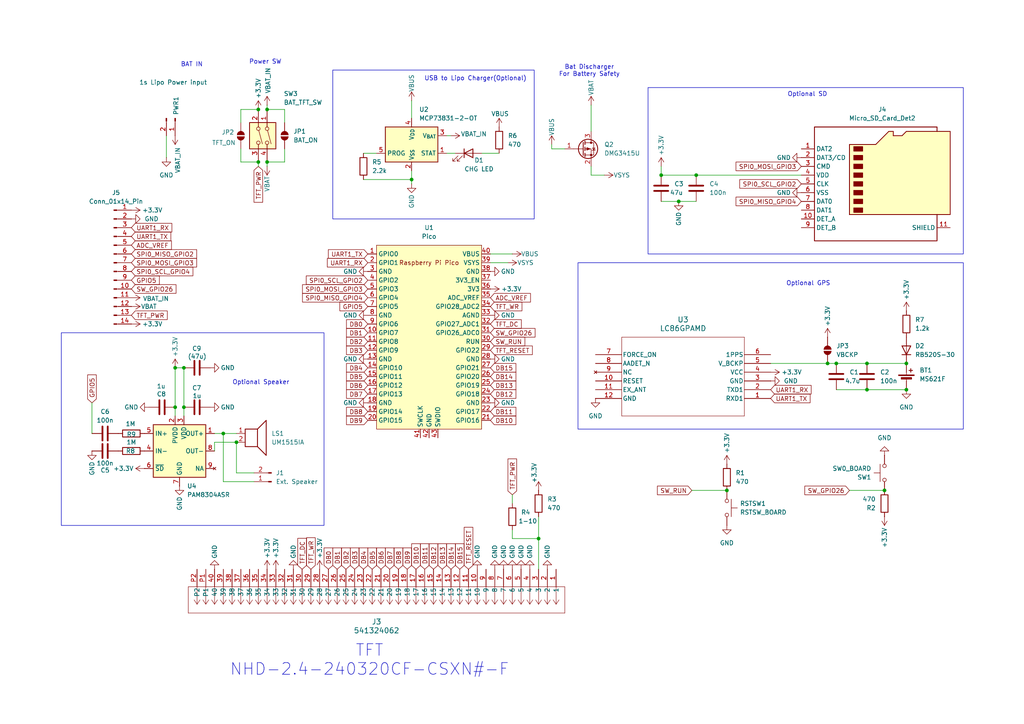
<source format=kicad_sch>
(kicad_sch (version 20231120) (generator "eeschema") (generator_version "8.0")
  (paper "A4")
  (title_block (title "Outdoor TFT kit") (date "2024-09-27") (rev "1.0") (comment 1 "Optional GPS, SD, Speaker, Lipo Charger") (comment 2 "Good for outdoor use with high brightness (1000nito)") (comment 3 "Newhaven NHD-2.4-240320CF-CSXN module.") (comment 4 "PONS for HPA v4 compatible"))
  (junction (at 68.58 128.27))
  (junction (at 191.77 50.8))
  (junction (at 64.77 125.73))
  (junction (at 256.54 142.24))
  (junction (at 262.89 105.41))
  (junction (at 77.47 31.75))
  (junction (at 119.38 52.07))
  (junction (at 77.47 46.99))
  (junction (at 251.46 105.41))
  (junction (at 210.82 142.24))
  (junction (at 74.93 31.75))
  (junction (at 240.03 105.41))
  (junction (at 251.46 113.03))
  (junction (at 53.34 118.11))
  (junction (at 50.8 106.68))
  (junction (at 50.8 118.11))
  (junction (at 201.93 50.8))
  (junction (at 242.57 105.41))
  (junction (at 53.34 106.68))
  (junction (at 74.93 46.99))
  (junction (at 156.21 156.21))
  (junction (at 262.89 113.03))
  (junction (at 196.85 58.42))
  (wire (pts (xy 74.93 31.75) (xy 69.85 31.75)))
  (wire (pts (xy 64.77 125.73) (xy 68.58 125.73)))
  (wire (pts (xy 129.54 39.37) (xy 130.81 39.37)))
  (wire (pts (xy 82.55 35.56) (xy 82.55 31.75)))
  (wire (pts (xy 77.47 46.99) (xy 77.47 48.26)))
  (wire (pts (xy 171.45 50.8) (xy 175.26 50.8)))
  (wire (pts (xy 68.58 137.16) (xy 73.66 137.16)))
  (wire (pts (xy 156.21 149.86) (xy 156.21 156.21)))
  (wire (pts (xy 196.85 58.42) (xy 201.93 58.42)))
  (wire (pts (xy 242.57 113.03) (xy 251.46 113.03)))
  (wire (pts (xy 240.03 105.41) (xy 242.57 105.41)))
  (wire (pts (xy 251.46 113.03) (xy 262.89 113.03)))
  (wire (pts (xy 69.85 35.56) (xy 69.85 31.75)))
  (wire (pts (xy 64.77 125.73) (xy 64.77 139.7)))
  (wire (pts (xy 119.38 29.21) (xy 119.38 34.29)))
  (wire (pts (xy 242.57 105.41) (xy 251.46 105.41)))
  (wire (pts (xy 69.85 43.18) (xy 69.85 46.99)))
  (wire (pts (xy 129.54 44.45) (xy 132.08 44.45)))
  (wire (pts (xy 82.55 43.18) (xy 82.55 46.99)))
  (wire (pts (xy 105.41 52.07) (xy 119.38 52.07)))
  (wire (pts (xy 142.24 73.66) (xy 148.59 73.66)))
  (wire (pts (xy 171.45 30.48) (xy 171.45 38.1)))
  (wire (pts (xy 77.47 30.48) (xy 77.47 31.75)))
  (wire (pts (xy 53.34 106.68) (xy 53.34 118.11)))
  (wire (pts (xy 148.59 143.51) (xy 148.59 146.05)))
  (wire (pts (xy 223.52 105.41) (xy 240.03 105.41)))
  (wire (pts (xy 251.46 105.41) (xy 262.89 105.41)))
  (wire (pts (xy 74.93 46.99) (xy 69.85 46.99)))
  (wire (pts (xy 77.47 46.99) (xy 82.55 46.99)))
  (wire (pts (xy 48.26 39.37) (xy 48.26 45.72)))
  (wire (pts (xy 50.8 106.68) (xy 50.8 118.11)))
  (wire (pts (xy 64.77 139.7) (xy 73.66 139.7)))
  (wire (pts (xy 119.38 52.07) (xy 119.38 53.34)))
  (wire (pts (xy 50.8 118.11) (xy 50.8 120.65)))
  (wire (pts (xy 148.59 153.67) (xy 148.59 156.21)))
  (wire (pts (xy 62.23 128.27) (xy 68.58 128.27)))
  (wire (pts (xy 191.77 58.42) (xy 196.85 58.42)))
  (wire (pts (xy 160.02 43.18) (xy 163.83 43.18)))
  (wire (pts (xy 119.38 52.07) (xy 119.38 49.53)))
  (wire (pts (xy 160.02 41.91) (xy 160.02 43.18)))
  (wire (pts (xy 232.41 50.8) (xy 201.93 50.8)))
  (wire (pts (xy 26.67 116.84) (xy 26.67 125.73)))
  (wire (pts (xy 148.59 156.21) (xy 156.21 156.21)))
  (wire (pts (xy 68.58 128.27) (xy 68.58 137.16)))
  (wire (pts (xy 50.8 106.68) (xy 53.34 106.68)))
  (wire (pts (xy 53.34 118.11) (xy 53.34 120.65)))
  (wire (pts (xy 191.77 50.8) (xy 201.93 50.8)))
  (wire (pts (xy 171.45 48.26) (xy 171.45 50.8)))
  (wire (pts (xy 62.23 128.27) (xy 62.23 130.81)))
  (wire (pts (xy 256.54 142.24) (xy 246.38 142.24)))
  (wire (pts (xy 74.93 46.99) (xy 74.93 48.26)))
  (wire (pts (xy 156.21 156.21) (xy 156.21 165.1)))
  (wire (pts (xy 142.24 76.2) (xy 147.32 76.2)))
  (wire (pts (xy 200.66 142.24) (xy 210.82 142.24)))
  (wire (pts (xy 62.23 125.73) (xy 64.77 125.73)))
  (wire (pts (xy 105.41 44.45) (xy 109.22 44.45)))
  (wire (pts (xy 77.47 31.75) (xy 82.55 31.75)))
  (wire (pts (xy 139.7 44.45) (xy 144.78 44.45)))
  (wire (pts (xy 191.77 48.26) (xy 191.77 50.8)))
  (rectangle (start 167.64 76.2) (end 279.4 124.46))
  (rectangle (start 96.52 20.32) (end 154.94 63.5))
  (rectangle (start 17.78 96.52) (end 93.98 152.4))
  (rectangle (start 187.96 25.4) (end 279.4 73.66))
  (text "Optional SD" (at 234.188 27.432 0) (effects (font (size 1.27 1.27))))
  (text "Optional GPS" (at 234.442 82.296 0) (effects (font (size 1.27 1.27))))
  (text "USB to Lipo Charger(Optional)" (at 137.922 22.86 0) (effects (font (size 1.27 1.27))))
  (text "Bat Discharger\nFor Battery Safety" (at 170.942 20.574 0) (effects (font (size 1.27 1.27))))
  (text "BAT IN" (at 55.626 18.796 0) (effects (font (size 1.27 1.27))))
  (text "Optional Speaker" (at 75.692 110.998 0) (effects (font (size 1.27 1.27))))
  (text "Power SW" (at 76.962 18.034 0) (effects (font (size 1.27 1.27))))
  (text "TFT\nNHD-2.4-240320CF-CSXN#-F" (at 107.188 191.516 0) (effects (font (size 3.4 3.4))))
  (global_label "TFT_RESET" (shape input) (at 142.24 101.6 0) (property "Intersheetrefs" "${INTERSHEET_REFS}" (effects (hide yes))))
  (global_label "DB3" (shape input) (at 106.68 101.6 180) (property "Intersheetrefs" "${INTERSHEET_REFS}" (effects (hide yes))))
  (global_label "SPI0_SCL_GPIO4" (shape input) (at 38.1 78.74 0) (property "Intersheetrefs" "${INTERSHEET_REFS}" (effects (hide yes))))
  (global_label "DB0" (shape input) (at 106.68 93.98 180) (property "Intersheetrefs" "${INTERSHEET_REFS}" (effects (hide yes))))
  (global_label "TFT_WR" (shape input) (at 90.17 165.1 90) (property "Intersheetrefs" "${INTERSHEET_REFS}" (effects (hide yes))))
  (global_label "SW_RUN" (shape input) (at 142.24 99.06 0) (property "Intersheetrefs" "${INTERSHEET_REFS}" (effects (hide yes))))
  (global_label "DB5" (shape input) (at 107.95 165.1 90) (property "Intersheetrefs" "${INTERSHEET_REFS}" (effects (hide yes))))
  (global_label "DB1" (shape input) (at 106.68 96.52 180) (property "Intersheetrefs" "${INTERSHEET_REFS}" (effects (hide yes))))
  (global_label "SPI0_MISO_GPIO2" (shape input) (at 38.1 73.66 0) (property "Intersheetrefs" "${INTERSHEET_REFS}" (effects (hide yes))))
  (global_label "TFT_PWR" (shape input) (at 148.59 143.51 90) (property "Intersheetrefs" "${INTERSHEET_REFS}" (effects (hide yes))))
  (global_label "DB7" (shape input) (at 106.68 114.3 180) (property "Intersheetrefs" "${INTERSHEET_REFS}" (effects (hide yes))))
  (global_label "DB1" (shape input) (at 97.79 165.1 90) (property "Intersheetrefs" "${INTERSHEET_REFS}" (effects (hide yes))))
  (global_label "DB15" (shape input) (at 133.35 165.1 90) (property "Intersheetrefs" "${INTERSHEET_REFS}" (effects (hide yes))))
  (global_label "TFT_DC" (shape input) (at 142.24 93.98 0) (property "Intersheetrefs" "${INTERSHEET_REFS}" (effects (hide yes))))
  (global_label "UART1_TX" (shape input) (at 38.1 68.58 0) (property "Intersheetrefs" "${INTERSHEET_REFS}" (effects (hide yes))))
  (global_label "TFT_DC" (shape input) (at 87.63 165.1 90) (property "Intersheetrefs" "${INTERSHEET_REFS}" (effects (hide yes))))
  (global_label "DB13" (shape input) (at 128.27 165.1 90) (property "Intersheetrefs" "${INTERSHEET_REFS}" (effects (hide yes))))
  (global_label "DB8" (shape input) (at 106.68 119.38 180) (property "Intersheetrefs" "${INTERSHEET_REFS}" (effects (hide yes))))
  (global_label "TFT_RESET" (shape input) (at 135.89 165.1 90) (property "Intersheetrefs" "${INTERSHEET_REFS}" (effects (hide yes))))
  (global_label "SW_GPIO26" (shape input) (at 38.1 83.82 0) (property "Intersheetrefs" "${INTERSHEET_REFS}" (effects (hide yes))))
  (global_label "DB4" (shape input) (at 105.41 165.1 90) (property "Intersheetrefs" "${INTERSHEET_REFS}" (effects (hide yes))))
  (global_label "DB2" (shape input) (at 100.33 165.1 90) (property "Intersheetrefs" "${INTERSHEET_REFS}" (effects (hide yes))))
  (global_label "SPI0_MOSI_GPIO3" (shape input) (at 106.68 83.82 180) (property "Intersheetrefs" "${INTERSHEET_REFS}" (effects (hide yes))))
  (global_label "DB14" (shape input) (at 142.24 109.22 0) (property "Intersheetrefs" "${INTERSHEET_REFS}" (effects (hide yes))))
  (global_label "DB3" (shape input) (at 102.87 165.1 90) (property "Intersheetrefs" "${INTERSHEET_REFS}" (effects (hide yes))))
  (global_label "GPIO5" (shape input) (at 106.68 88.9 180) (property "Intersheetrefs" "${INTERSHEET_REFS}" (effects (hide yes))))
  (global_label "SPI0_MISO_GPIO4" (shape input) (at 106.68 86.36 180) (property "Intersheetrefs" "${INTERSHEET_REFS}" (effects (hide yes))))
  (global_label "DB12" (shape input) (at 142.24 114.3 0) (property "Intersheetrefs" "${INTERSHEET_REFS}" (effects (hide yes))))
  (global_label "UART1_RX" (shape input) (at 106.68 76.2 180) (property "Intersheetrefs" "${INTERSHEET_REFS}" (effects (hide yes))))
  (global_label "ADC_VREF" (shape input) (at 38.1 71.12 0) (property "Intersheetrefs" "${INTERSHEET_REFS}" (effects (hide yes))))
  (global_label "DB11" (shape input) (at 123.19 165.1 90) (property "Intersheetrefs" "${INTERSHEET_REFS}" (effects (hide yes))))
  (global_label "DB10" (shape input) (at 120.65 165.1 90) (property "Intersheetrefs" "${INTERSHEET_REFS}" (effects (hide yes))))
  (global_label "SW_GPIO26" (shape input) (at 142.24 96.52 0) (property "Intersheetrefs" "${INTERSHEET_REFS}" (effects (hide yes))))
  (global_label "DB12" (shape input) (at 125.73 165.1 90) (property "Intersheetrefs" "${INTERSHEET_REFS}" (effects (hide yes))))
  (global_label "GPIO5" (shape input) (at 38.1 81.28 0) (property "Intersheetrefs" "${INTERSHEET_REFS}" (effects (hide yes))))
  (global_label "DB6" (shape input) (at 106.68 111.76 180) (property "Intersheetrefs" "${INTERSHEET_REFS}" (effects (hide yes))))
  (global_label "GPIO5" (shape input) (at 26.67 116.84 90) (property "Intersheetrefs" "${INTERSHEET_REFS}" (effects (hide yes))))
  (global_label "TFT_PWR" (shape input) (at 38.1 91.44 0) (property "Intersheetrefs" "${INTERSHEET_REFS}" (effects (hide yes))))
  (global_label "DB10" (shape input) (at 142.24 121.92 0) (property "Intersheetrefs" "${INTERSHEET_REFS}" (effects (hide yes))))
  (global_label "SPI0_MOSI_GPIO3" (shape input) (at 232.41 48.26 180) (property "Intersheetrefs" "${INTERSHEET_REFS}" (effects (hide yes))))
  (global_label "UART1_RX" (shape input) (at 38.1 66.04 0) (property "Intersheetrefs" "${INTERSHEET_REFS}" (effects (hide yes))))
  (global_label "DB14" (shape input) (at 130.81 165.1 90) (property "Intersheetrefs" "${INTERSHEET_REFS}" (effects (hide yes))))
  (global_label "DB9" (shape input) (at 106.68 121.92 180) (property "Intersheetrefs" "${INTERSHEET_REFS}" (effects (hide yes))))
  (global_label "SPI0_MISO_GPIO4" (shape input) (at 232.41 58.42 180) (property "Intersheetrefs" "${INTERSHEET_REFS}" (effects (hide yes))))
  (global_label "UART1_TX" (shape input) (at 106.68 73.66 180) (property "Intersheetrefs" "${INTERSHEET_REFS}" (effects (hide yes))))
  (global_label "DB8" (shape input) (at 115.57 165.1 90) (property "Intersheetrefs" "${INTERSHEET_REFS}" (effects (hide yes))))
  (global_label "SW_RUN" (shape input) (at 200.66 142.24 180) (property "Intersheetrefs" "${INTERSHEET_REFS}" (effects (hide yes))))
  (global_label "DB13" (shape input) (at 142.24 111.76 0) (property "Intersheetrefs" "${INTERSHEET_REFS}" (effects (hide yes))))
  (global_label "SPI0_SCL_GPIO2" (shape input) (at 232.41 53.34 180) (property "Intersheetrefs" "${INTERSHEET_REFS}" (effects (hide yes))))
  (global_label "TFT_WR" (shape input) (at 142.24 88.9 0) (property "Intersheetrefs" "${INTERSHEET_REFS}" (effects (hide yes))))
  (global_label "DB7" (shape input) (at 113.03 165.1 90) (property "Intersheetrefs" "${INTERSHEET_REFS}" (effects (hide yes))))
  (global_label "TFT_PWR" (shape input) (at 74.93 48.26 270) (property "Intersheetrefs" "${INTERSHEET_REFS}" (effects (hide yes))))
  (global_label "DB2" (shape input) (at 106.68 99.06 180) (property "Intersheetrefs" "${INTERSHEET_REFS}" (effects (hide yes))))
  (global_label "DB5" (shape input) (at 106.68 109.22 180) (property "Intersheetrefs" "${INTERSHEET_REFS}" (effects (hide yes))))
  (global_label "DB9" (shape input) (at 118.11 165.1 90) (property "Intersheetrefs" "${INTERSHEET_REFS}" (effects (hide yes))))
  (global_label "SPI0_MOSI_GPIO3" (shape input) (at 38.1 76.2 0) (property "Intersheetrefs" "${INTERSHEET_REFS}" (effects (hide yes))))
  (global_label "DB11" (shape input) (at 142.24 119.38 0) (property "Intersheetrefs" "${INTERSHEET_REFS}" (effects (hide yes))))
  (global_label "UART1_TX" (shape input) (at 223.52 115.57 0) (property "Intersheetrefs" "${INTERSHEET_REFS}" (effects (hide yes))))
  (global_label "SPI0_SCL_GPIO2" (shape input) (at 106.68 81.28 180) (property "Intersheetrefs" "${INTERSHEET_REFS}" (effects (hide yes))))
  (global_label "ADC_VREF" (shape input) (at 142.24 86.36 0) (property "Intersheetrefs" "${INTERSHEET_REFS}" (effects (hide yes))))
  (global_label "DB6" (shape input) (at 110.49 165.1 90) (property "Intersheetrefs" "${INTERSHEET_REFS}" (effects (hide yes))))
  (global_label "UART1_RX" (shape input) (at 223.52 113.03 0) (property "Intersheetrefs" "${INTERSHEET_REFS}" (effects (hide yes))))
  (global_label "SW_GPIO26" (shape input) (at 246.38 142.24 180) (property "Intersheetrefs" "${INTERSHEET_REFS}" (effects (hide yes))))
  (global_label "DB4" (shape input) (at 106.68 106.68 180) (property "Intersheetrefs" "${INTERSHEET_REFS}" (effects (hide yes))))
  (global_label "DB0" (shape input) (at 95.25 165.1 90) (property "Intersheetrefs" "${INTERSHEET_REFS}" (effects (hide yes))))
  (global_label "DB15" (shape input) (at 142.24 106.68 0) (property "Intersheetrefs" "${INTERSHEET_REFS}" (effects (hide yes))))
  (symbol (lib_id "power:+3.3V") (at 50.8 106.68 0) (unit 1)
    (property "Reference" "#PWR056" (effects (hide yes)))
    (property "Value" "+3.3V" (at 50.8 100.584 90))
    (property "Description" "Power symbol creates a global label with name \"+3.3V\"" (effects (hide yes)))
  )
  (symbol (lib_id "Battery_Management:MCP73831-2-OT") (at 119.38 41.91 0) (unit 1)
    (property "Reference" "U2" (at 121.5741 31.75 0) (effects (justify left)))
    (property "Value" "MCP73831-2-OT" (at 121.5741 34.29 0) (effects (justify left)))
    (property "Footprint" "Package_TO_SOT_SMD:SOT-23-5" (effects (hide yes)))
    (property "Datasheet" "http://ww1.microchip.com/downloads/en/DeviceDoc/20001984g.pdf" (effects (hide yes)))
    (property "Description" "Single cell, Li-Ion/Li-Po charge management controller, 4.20V, Tri-State Status Output, in SOT23-5 package" (effects (hide yes)))
  )
  (symbol (lib_id "Device:C") (at 201.93 54.61 0) (unit 1)
    (property "Reference" "C4" (at 205.74 53.3399 0) (effects (justify left)))
    (property "Value" "100n" (at 205.74 55.8799 0) (effects (justify left)))
    (property "Footprint" "Capacitor_SMD:C_0603_1608Metric_Pad1.08x0.95mm_HandSolder" (effects (hide yes)))
    (property "Description" "Unpolarized capacitor" (effects (hide yes)))
  )
  (symbol (lib_id "power:VCC") (at 147.32 76.2 270) (unit 1)
    (property "Reference" "#PWR012" (effects (hide yes)))
    (property "Value" "VSYS" (at 152.4 76.2 90))
    (property "Description" "Power symbol creates a global label with name \"VCC\"" (effects (hide yes)))
  )
  (symbol (lib_id "power:GND") (at 48.26 45.72 0) (unit 1)
    (property "Reference" "#PWR03" (effects (hide yes)))
    (property "Value" "GND" (at 48.26 50.8 0))
    (property "Description" "Power symbol creates a global label with name \"GND\" , ground" (effects (hide yes)))
  )
  (symbol (lib_id "Jumper:SolderJumper_2_Open") (at 82.55 39.37 270) (unit 1) (exclude_from_sim yes) (in_bom no)
    (property "Reference" "JP1" (at 85.09 38.0999 90) (effects (justify left)))
    (property "Value" "BAT_ON" (at 85.09 40.6399 90) (effects (justify left)))
    (property "Footprint" "Jumper:SolderJumper-2_P1.3mm_Open_RoundedPad1.0x1.5mm" (effects (hide yes)))
    (property "Description" "Solder Jumper, 2-pole, open" (effects (hide yes)))
  )
  (symbol (lib_id "Connector:Conn_01x14_Pin") (at 33.02 76.2 0) (unit 1)
    (property "Reference" "J5" (at 33.655 55.88 0))
    (property "Value" "Conn_01x14_Pin" (at 33.655 58.42 0))
    (property "Footprint" "Connector_PinHeader_2.54mm:PinHeader_1x14_P2.54mm_Vertical" (effects (hide yes)))
    (property "Description" "Generic connector, single row, 01x14, script generated" (effects (hide yes)))
  )
  (symbol (lib_id "Device:R") (at 38.1 130.81 90) (unit 1)
    (property "Reference" "R8" (at 37.846 130.81 90))
    (property "Value" "1M" (at 38.1 128.27 90))
    (property "Footprint" "Resistor_SMD:R_0603_1608Metric_Pad0.98x0.95mm_HandSolder" (effects (hide yes)))
    (property "Description" "Resistor" (effects (hide yes)))
  )
  (symbol (lib_id "power:GND") (at 223.52 110.49 90) (unit 1)
    (property "Reference" "#PWR051" (effects (hide yes)))
    (property "Value" "GND" (at 227.33 110.4899 90) (effects (justify right)))
    (property "Description" "Power symbol creates a global label with name \"GND\" , ground" (effects (hide yes)))
  )
  (symbol (lib_id "power:GND") (at 62.23 165.1 180) (unit 1)
    (property "Reference" "#PWR020" (effects (hide yes)))
    (property "Value" "GND" (at 62.23 160.02 90))
    (property "Description" "Power symbol creates a global label with name \"GND\" , ground" (effects (hide yes)))
  )
  (symbol (lib_id "Device:C") (at 30.48 130.81 90) (unit 1)
    (property "Reference" "C5" (at 30.48 136.398 90))
    (property "Value" "100n" (at 30.48 134.366 90))
    (property "Footprint" "Capacitor_SMD:C_0603_1608Metric_Pad1.08x0.95mm_HandSolder" (effects (hide yes)))
    (property "Description" "Unpolarized capacitor" (effects (hide yes)))
  )
  (symbol (lib_id "power:+3.3V") (at 191.77 48.26 0) (unit 1)
    (property "Reference" "#PWR046" (effects (hide yes)))
    (property "Value" "+3.3V" (at 191.77 42.164 90))
    (property "Description" "Power symbol creates a global label with name \"+3.3V\"" (effects (hide yes)))
  )
  (symbol (lib_id "power:GND") (at 232.41 55.88 270) (unit 1)
    (property "Reference" "#PWR047" (effects (hide yes)))
    (property "Value" "GND" (at 227.33 55.88 90))
    (property "Description" "Power symbol creates a global label with name \"GND\" , ground" (effects (hide yes)))
  )
  (symbol (lib_id "Switch:SW_DIP_x02") (at 74.93 39.37 270) (unit 1)
    (property "Reference" "SW3" (at 82.296 27.178 90) (effects (justify left)))
    (property "Value" "BAT_TFT_SW" (at 82.296 29.718 90) (effects (justify left)))
    (property "Footprint" "Button_Switch_THT:SW_DIP_SPSTx02_Slide_9.78x7.26mm_W7.62mm_P2.54mm" (effects (hide yes)))
    (property "Description" "2x DIP Switch, Single Pole Single Throw (SPST) switch, small symbol" (effects (hide yes)))
  )
  (symbol (lib_id "power:GND") (at 210.82 152.4 0) (unit 1)
    (property "Reference" "#PWR08" (effects (hide yes)))
    (property "Value" "GND" (at 210.82 157.48 0))
    (property "Description" "Power symbol creates a global label with name \"GND\" , ground" (effects (hide yes)))
  )
  (symbol (lib_id "power:GND") (at 158.75 165.1 180) (unit 1)
    (property "Reference" "#PWR05" (effects (hide yes)))
    (property "Value" "GND" (at 158.75 160.02 90))
    (property "Description" "Power symbol creates a global label with name \"GND\" , ground" (effects (hide yes)))
  )
  (symbol (lib_id "power:GND") (at 85.09 165.1 180) (unit 1)
    (property "Reference" "#PWR038" (effects (hide yes)))
    (property "Value" "GND" (at 85.09 160.02 90))
    (property "Description" "Power symbol creates a global label with name \"GND\" , ground" (effects (hide yes)))
  )
  (symbol (lib_id "MCU_RaspberryPi:Pico") (at 124.46 97.79 0) (unit 1)
    (property "Reference" "U1" (at 124.46 66.04 0))
    (property "Value" "Pico" (at 124.46 68.58 0))
    (property "Footprint" "Rasbery Pi Pico:RPi_Pico_SMD" (effects (hide yes)))
  )
  (symbol (lib_id "power:GND") (at 38.1 63.5 90) (unit 1)
    (property "Reference" "#PWR014" (effects (hide yes)))
    (property "Value" "GND" (at 41.91 63.4999 90) (effects (justify right)))
    (property "Description" "Power symbol creates a global label with name \"GND\" , ground" (effects (hide yes)))
  )
  (symbol (lib_id "power:GND") (at 138.43 165.1 180) (unit 1)
    (property "Reference" "#PWR036" (effects (hide yes)))
    (property "Value" "GND" (at 138.43 160.02 90))
    (property "Description" "Power symbol creates a global label with name \"GND\" , ground" (effects (hide yes)))
  )
  (symbol (lib_id "power:GND") (at 142.24 104.14 90) (unit 1)
    (property "Reference" "#PWR029" (effects (hide yes)))
    (property "Value" "GND" (at 147.32 104.14 90))
    (property "Description" "Power symbol creates a global label with name \"GND\" , ground" (effects (hide yes)))
  )
  (symbol (lib_id "power:GND") (at 172.72 115.57 0) (unit 1)
    (property "Reference" "#PWR052" (effects (hide yes)))
    (property "Value" "GND" (at 172.72 120.65 0))
    (property "Description" "Power symbol creates a global label with name \"GND\" , ground" (effects (hide yes)))
  )
  (symbol (lib_id "power:GND") (at 196.85 58.42 0) (unit 1)
    (property "Reference" "#PWR054" (effects (hide yes)))
    (property "Value" "GND" (at 196.85 63.5 90))
    (property "Description" "Power symbol creates a global label with name \"GND\" , ground" (effects (hide yes)))
  )
  (symbol (lib_id "Jumper:SolderJumper_2_Open") (at 240.03 101.6 270) (unit 1) (exclude_from_sim yes) (in_bom no)
    (property "Reference" "JP3" (at 242.57 100.3299 90) (effects (justify left)))
    (property "Value" "VBCKP" (at 242.57 102.8699 90) (effects (justify left)))
    (property "Footprint" "Jumper:SolderJumper-2_P1.3mm_Open_RoundedPad1.0x1.5mm" (effects (hide yes)))
    (property "Description" "Solder Jumper, 2-pole, open" (effects (hide yes)))
  )
  (symbol (lib_id "power:VCC") (at 119.38 29.21 0) (unit 1)
    (property "Reference" "#PWR021" (effects (hide yes)))
    (property "Value" "VBUS" (at 119.38 24.13 90))
    (property "Description" "Power symbol creates a global label with name \"VCC\"" (effects (hide yes)))
  )
  (symbol (lib_id "Connector:Conn_01x02_Pin") (at 78.74 139.7 180) (unit 1)
    (property "Reference" "J1" (at 80.01 137.1599 0) (effects (justify right)))
    (property "Value" "Ext. Speaker" (at 80.01 139.6999 0) (effects (justify right)))
    (property "Footprint" "Connector_JST:JST_XA_B02B-XASK-1_1x02_P2.50mm_Vertical" (effects (hide yes)))
    (property "Description" "Generic connector, single row, 01x02, script generated" (effects (hide yes)))
  )
  (symbol (lib_id "power:GND") (at 142.24 116.84 90) (unit 1)
    (property "Reference" "#PWR028" (effects (hide yes)))
    (property "Value" "GND" (at 147.32 116.84 90))
    (property "Description" "Power symbol creates a global label with name \"GND\" , ground" (effects (hide yes)))
  )
  (symbol (lib_id "power:GND") (at 256.54 132.08 180) (unit 1)
    (property "Reference" "#PWR010" (effects (hide yes)))
    (property "Value" "GND" (at 256.54 127 0))
    (property "Description" "Power symbol creates a global label with name \"GND\" , ground" (effects (hide yes)))
  )
  (symbol (lib_id "Connector:Conn_01x02_Pin") (at 50.8 34.29 270) (unit 1)
    (property "Reference" "PWR1" (at 51.054 27.94 0) (effects (justify left)))
    (property "Value" "1s Lipo Power input" (at 40.386 23.876 90) (effects (justify left)))
    (property "Footprint" "Connector_JST:JST_PH_B2B-PH-K_1x02_P2.00mm_Vertical" (effects (hide yes)))
    (property "Description" "Generic connector, single row, 01x02, script generated" (effects (hide yes)))
  )
  (symbol (lib_id "RF_GPS:L86-M33") (at 223.52 115.57 180) (unit 1)
    (property "Reference" "U3" (at 198.12 92.71 0) (effects (font (size 1.524 1.524))))
    (property "Value" "LC86GPAMD" (at 198.12 95.25 0) (effects (font (size 1.524 1.524))))
    (property "Footprint" "RF_GPS:L86_QWS" (effects (hide yes)))
    (property "Datasheet" "L86-M33" (effects (hide yes)))
  )
  (symbol (lib_id "power:+3.3V") (at 262.89 90.17 0) (unit 1)
    (property "Reference" "#PWR050" (effects (hide yes)))
    (property "Value" "+3.3V" (at 262.89 84.074 90))
    (property "Description" "Power symbol creates a global label with name \"+3.3V\"" (effects (hide yes)))
  )
  (symbol (lib_id "power:GND") (at 60.96 118.11 90) (unit 1)
    (property "Reference" "#PWR060" (effects (hide yes)))
    (property "Value" "GND" (at 66.04 118.11 90))
    (property "Description" "Power symbol creates a global label with name \"GND\" , ground" (effects (hide yes)))
  )
  (symbol (lib_id "Device:R") (at 156.21 146.05 0) (unit 1)
    (property "Reference" "R3" (at 158.75 144.7799 0) (effects (justify left)))
    (property "Value" "470" (at 158.75 147.3199 0) (effects (justify left)))
    (property "Footprint" "Resistor_SMD:R_0603_1608Metric_Pad0.98x0.95mm_HandSolder" (effects (hide yes)))
    (property "Description" "Resistor" (effects (hide yes)))
  )
  (symbol (lib_id "power:VCC") (at 148.59 73.66 270) (unit 1)
    (property "Reference" "#PWR011" (effects (hide yes)))
    (property "Value" "VBUS" (at 153.67 73.66 90))
    (property "Description" "Power symbol creates a global label with name \"VCC\"" (effects (hide yes)))
  )
  (symbol (lib_id "Device:R") (at 38.1 125.73 90) (unit 1)
    (property "Reference" "R9" (at 38.1 125.984 90))
    (property "Value" "1M" (at 37.846 122.936 90))
    (property "Footprint" "Resistor_SMD:R_0603_1608Metric_Pad0.98x0.95mm_HandSolder" (effects (hide yes)))
    (property "Description" "Resistor" (effects (hide yes)))
  )
  (symbol (lib_id "Device:C") (at 57.15 118.11 90) (unit 1)
    (property "Reference" "C7" (at 58.42 112.522 90) (effects (justify left)))
    (property "Value" "1u" (at 58.42 114.808 90) (effects (justify left)))
    (property "Footprint" "Capacitor_SMD:C_0603_1608Metric_Pad1.08x0.95mm_HandSolder" (effects (hide yes)))
    (property "Description" "Unpolarized capacitor" (effects (hide yes)))
  )
  (symbol (lib_id "Device:R") (at 105.41 48.26 0) (unit 1)
    (property "Reference" "R5" (at 107.95 46.9899 0) (effects (justify left)))
    (property "Value" "2.2k" (at 107.95 49.5299 0) (effects (justify left)))
    (property "Footprint" "Resistor_SMD:R_0603_1608Metric_Pad0.98x0.95mm_HandSolder" (effects (hide yes)))
    (property "Description" "Resistor" (effects (hide yes)))
  )
  (symbol (lib_id "power:+3.3V") (at 80.01 165.1 0) (unit 1)
    (property "Reference" "#PWR039" (effects (hide yes)))
    (property "Value" "+3.3V" (at 80.01 159.004 90))
    (property "Description" "Power symbol creates a global label with name \"+3.3V\"" (effects (hide yes)))
  )
  (symbol (lib_id "power:GND") (at 151.13 165.1 180) (unit 1)
    (property "Reference" "#PWR032" (effects (hide yes)))
    (property "Value" "GND" (at 151.13 160.02 90))
    (property "Description" "Power symbol creates a global label with name \"GND\" , ground" (effects (hide yes)))
  )
  (symbol (lib_id "Switch:SW_Push") (at 210.82 147.32 270) (unit 1)
    (property "Reference" "RSTSW1" (at 214.63 146.0499 90) (effects (justify left)))
    (property "Value" "RSTSW_BOARD" (at 214.63 148.5899 90) (effects (justify left)))
    (property "Footprint" "Button_Switch_SMD:TVAF06-A020B-R" (effects (hide yes)))
    (property "Description" "Push button switch, generic, two pins" (effects (hide yes)))
  )
  (symbol (lib_id "Device:R") (at 210.82 138.43 0) (unit 1)
    (property "Reference" "R1" (at 213.36 137.1599 0) (effects (justify left)))
    (property "Value" "470" (at 213.36 139.6999 0) (effects (justify left)))
    (property "Footprint" "Resistor_SMD:R_0603_1608Metric_Pad0.98x0.95mm_HandSolder" (effects (hide yes)))
    (property "Description" "Resistor" (effects (hide yes)))
  )
  (symbol (lib_id "power:GND") (at 142.24 91.44 90) (unit 1)
    (property "Reference" "#PWR023" (effects (hide yes)))
    (property "Value" "GND" (at 147.32 91.44 90))
    (property "Description" "Power symbol creates a global label with name \"GND\" , ground" (effects (hide yes)))
  )
  (symbol (lib_id "power:GND") (at 153.67 165.1 180) (unit 1)
    (property "Reference" "#PWR019" (effects (hide yes)))
    (property "Value" "GND" (at 153.67 160.02 90))
    (property "Description" "Power symbol creates a global label with name \"GND\" , ground" (effects (hide yes)))
  )
  (symbol (lib_id "power:VCC") (at 160.02 41.91 0) (unit 1)
    (property "Reference" "#PWR016" (effects (hide yes)))
    (property "Value" "VBUS" (at 160.02 36.83 90))
    (property "Description" "Power symbol creates a global label with name \"VCC\"" (effects (hide yes)))
  )
  (symbol (lib_id "Device:R") (at 144.78 40.64 0) (unit 1)
    (property "Reference" "R6" (at 147.32 39.3699 0) (effects (justify left)))
    (property "Value" "470" (at 147.32 41.9099 0) (effects (justify left)))
    (property "Footprint" "Resistor_SMD:R_0603_1608Metric_Pad0.98x0.95mm_HandSolder" (effects (hide yes)))
    (property "Description" "Resistor" (effects (hide yes)))
  )
  (symbol (lib_id "power:GND") (at 146.05 165.1 180) (unit 1)
    (property "Reference" "#PWR034" (effects (hide yes)))
    (property "Value" "GND" (at 146.05 160.02 90))
    (property "Description" "Power symbol creates a global label with name \"GND\" , ground" (effects (hide yes)))
  )
  (symbol (lib_id "power:GND") (at 143.51 165.1 180) (unit 1)
    (property "Reference" "#PWR035" (effects (hide yes)))
    (property "Value" "GND" (at 143.51 160.02 90))
    (property "Description" "Power symbol creates a global label with name \"GND\" , ground" (effects (hide yes)))
  )
  (symbol (lib_id "power:+3.3V") (at 256.54 149.86 180) (unit 1)
    (property "Reference" "#PWR09" (effects (hide yes)))
    (property "Value" "+3.3V" (at 256.54 155.956 90))
    (property "Description" "Power symbol creates a global label with name \"+3.3V\"" (effects (hide yes)))
  )
  (symbol (lib_id "power:+3.3V") (at 142.24 83.82 270) (unit 1)
    (property "Reference" "#PWR031" (effects (hide yes)))
    (property "Value" "+3.3V" (at 148.336 83.82 90))
    (property "Description" "Power symbol creates a global label with name \"+3.3V\"" (effects (hide yes)))
  )
  (symbol (lib_id "Connector:Micro_SD_Card_Det2") (at 255.27 53.34 0) (unit 1)
    (property "Reference" "J4" (at 255.905 31.75 0))
    (property "Value" "Micro_SD_Card_Det2" (at 255.905 34.29 0))
    (property "Footprint" "Connector_Card:microSD_HC_Hirose_DM3AT-SF-PEJM5" (effects (hide yes)))
    (property "Datasheet" "https://www.hirose.com/en/product/document?clcode=&productname=&series=DM3&documenttype=Catalog&lang=en&documentid=D49662_en" (effects (hide yes)))
    (property "Description" "Micro SD Card Socket with two card detection pins" (effects (hide yes)))
  )
  (symbol (lib_id "power:VCC") (at 77.47 30.48 0) (unit 1)
    (property "Reference" "#PWR01" (effects (hide yes)))
    (property "Value" "VBAT_IN" (at 77.724 23.368 90))
    (property "Description" "Power symbol creates a global label with name \"VCC\"" (effects (hide yes)))
  )
  (symbol (lib_id "power:VCC") (at 144.78 36.83 0) (unit 1)
    (property "Reference" "#PWR022" (effects (hide yes)))
    (property "Value" "VBUS" (at 145.034 33.02 0))
    (property "Description" "Power symbol creates a global label with name \"VCC\"" (effects (hide yes)))
  )
  (symbol (lib_id "power:+3.3V") (at 38.1 60.96 270) (unit 1)
    (property "Reference" "#PWR013" (effects (hide yes)))
    (property "Value" "+3.3V" (at 44.196 60.96 90))
    (property "Description" "Power symbol creates a global label with name \"+3.3V\"" (effects (hide yes)))
  )
  (symbol (lib_id "power:+3.3V") (at 38.1 93.98 270) (unit 1)
    (property "Reference" "#PWR026" (effects (hide yes)))
    (property "Value" "+3.3V" (at 44.196 93.98 90))
    (property "Description" "Power symbol creates a global label with name \"+3.3V\"" (effects (hide yes)))
  )
  (symbol (lib_id "Device:C") (at 30.48 125.73 90) (unit 1)
    (property "Reference" "C6" (at 30.48 119.38 90))
    (property "Value" "100n" (at 30.48 121.92 90))
    (property "Footprint" "Capacitor_SMD:C_0603_1608Metric_Pad1.08x0.95mm_HandSolder" (effects (hide yes)))
    (property "Description" "Unpolarized capacitor" (effects (hide yes)))
  )
  (symbol (lib_id "power:+3.3V") (at 240.03 97.79 0) (unit 1)
    (property "Reference" "#PWR062" (effects (hide yes)))
    (property "Value" "+3.3V" (at 240.03 91.694 90))
    (property "Description" "Power symbol creates a global label with name \"+3.3V\"" (effects (hide yes)))
  )
  (symbol (lib_id "power:GND") (at 142.24 78.74 90) (unit 1)
    (property "Reference" "#PWR030" (effects (hide yes)))
    (property "Value" "GND" (at 147.32 78.74 90))
    (property "Description" "Power symbol creates a global label with name \"GND\" , ground" (effects (hide yes)))
  )
  (symbol (lib_id "Device:C") (at 251.46 109.22 0) (unit 1)
    (property "Reference" "C2" (at 255.27 107.9499 0) (effects (justify left)))
    (property "Value" "100n" (at 255.27 110.4899 0) (effects (justify left)))
    (property "Footprint" "Capacitor_SMD:C_0603_1608Metric_Pad1.08x0.95mm_HandSolder" (effects (hide yes)))
    (property "Description" "Unpolarized capacitor" (effects (hide yes)))
  )
  (symbol (lib_id "power:VCC") (at 77.47 48.26 180) (unit 1)
    (property "Reference" "#PWR02" (effects (hide yes)))
    (property "Value" "VBAT" (at 77.47 53.34 90))
    (property "Description" "Power symbol creates a global label with name \"VCC\"" (effects (hide yes)))
  )
  (symbol (lib_id "power:VCC") (at 171.45 30.48 0) (unit 1)
    (property "Reference" "#PWR018" (effects (hide yes)))
    (property "Value" "VBAT" (at 171.45 25.4 90))
    (property "Description" "Power symbol creates a global label with name \"VCC\"" (effects (hide yes)))
  )
  (symbol (lib_id "power:GND") (at 106.68 91.44 270) (unit 1)
    (property "Reference" "#PWR043" (effects (hide yes)))
    (property "Value" "GND" (at 101.6 91.44 90))
    (property "Description" "Power symbol creates a global label with name \"GND\" , ground" (effects (hide yes)))
  )
  (symbol (lib_id "power:VCC") (at 38.1 88.9 270) (unit 1)
    (property "Reference" "#PWR048" (effects (hide yes)))
    (property "Value" "VBAT" (at 43.18 88.9 90))
    (property "Description" "Power symbol creates a global label with name \"VCC\"" (effects (hide yes)))
  )
  (symbol (lib_id "Device:Battery_Cell") (at 262.89 110.49 0) (unit 1)
    (property "Reference" "BT1" (at 266.7 107.3784 0) (effects (justify left)))
    (property "Value" "MS621F" (at 266.7 109.9184 0) (effects (justify left)))
    (property "Footprint" "Battery:BatteryHolder_Seiko_MS621F" (effects (hide yes)))
    (property "Description" "Single-cell battery" (effects (hide yes)))
  )
  (symbol (lib_id "power:VCC") (at 38.1 86.36 270) (unit 1)
    (property "Reference" "#PWR049" (effects (hide yes)))
    (property "Value" "VBAT_IN" (at 45.212 86.614 90))
    (property "Description" "Power symbol creates a global label with name \"VCC\"" (effects (hide yes)))
  )
  (symbol (lib_id "power:+3.3V") (at 41.91 135.89 90) (unit 1)
    (property "Reference" "#PWR055" (effects (hide yes)))
    (property "Value" "+3.3V" (at 35.814 135.89 90))
    (property "Description" "Power symbol creates a global label with name \"+3.3V\"" (effects (hide yes)))
  )
  (symbol (lib_id "Device:LED") (at 135.89 44.45 0) (unit 1)
    (property "Reference" "D1" (at 138.938 46.482 0))
    (property "Value" "CHG LED" (at 138.938 49.022 0))
    (property "Footprint" "LED_SMD:LED_0603_1608Metric_Pad1.05x0.95mm_HandSolder" (effects (hide yes)))
    (property "Description" "Light emitting diode" (effects (hide yes)))
  )
  (symbol (lib_id "power:GND") (at 106.68 78.74 270) (unit 1)
    (property "Reference" "#PWR044" (effects (hide yes)))
    (property "Value" "GND" (at 101.6 78.74 90))
    (property "Description" "Power symbol creates a global label with name \"GND\" , ground" (effects (hide yes)))
  )
  (symbol (lib_id "Device:C") (at 46.99 118.11 270) (unit 1)
    (property "Reference" "C8" (at 45.466 114.3 90) (effects (justify left)))
    (property "Value" "1u" (at 45.466 112.014 90) (effects (justify left)))
    (property "Footprint" "Capacitor_SMD:C_0603_1608Metric_Pad1.08x0.95mm_HandSolder" (effects (hide yes)))
    (property "Description" "Unpolarized capacitor" (effects (hide yes)))
  )
  (symbol (lib_id "power:+3.3V") (at 210.82 134.62 0) (unit 1)
    (property "Reference" "#PWR07" (effects (hide yes)))
    (property "Value" "+3.3V" (at 210.82 128.524 90))
    (property "Description" "Power symbol creates a global label with name \"+3.3V\"" (effects (hide yes)))
  )
  (symbol (lib_id "power:VCC") (at 130.81 39.37 270) (unit 1)
    (property "Reference" "#PWR024" (effects (hide yes)))
    (property "Value" "VBAT_IN" (at 137.414 38.862 90))
    (property "Description" "Power symbol creates a global label with name \"VCC\"" (effects (hide yes)))
  )
  (symbol (lib_id "power:+3.3V") (at 74.93 31.75 0) (unit 1)
    (property "Reference" "#PWR015" (effects (hide yes)))
    (property "Value" "+3.3V" (at 74.93 25.654 90))
    (property "Description" "Power symbol creates a global label with name \"+3.3V\"" (effects (hide yes)))
  )
  (symbol (lib_id "Jumper:SolderJumper_2_Open") (at 69.85 39.37 90) (unit 1) (exclude_from_sim yes) (in_bom no)
    (property "Reference" "JP2" (at 64.262 38.354 90) (effects (justify right)))
    (property "Value" "TFT_ON" (at 61.468 41.402 90) (effects (justify right)))
    (property "Footprint" "Jumper:SolderJumper-2_P1.3mm_Open_RoundedPad1.0x1.5mm" (effects (hide yes)))
    (property "Description" "Solder Jumper, 2-pole, open" (effects (hide yes)))
  )
  (symbol (lib_id "power:GND") (at 232.41 45.72 270) (unit 1)
    (property "Reference" "#PWR045" (effects (hide yes)))
    (property "Value" "GND" (at 227.33 45.72 90))
    (property "Description" "Power symbol creates a global label with name \"GND\" , ground" (effects (hide yes)))
  )
  (symbol (lib_id "power:+3.3V") (at 77.47 165.1 0) (unit 1)
    (property "Reference" "#PWR040" (effects (hide yes)))
    (property "Value" "+3.3V" (at 77.47 159.004 90))
    (property "Description" "Power symbol creates a global label with name \"+3.3V\"" (effects (hide yes)))
  )
  (symbol (lib_id "power:VCC") (at 175.26 50.8 270) (unit 1)
    (property "Reference" "#PWR017" (effects (hide yes)))
    (property "Value" "VSYS" (at 180.34 50.8 90))
    (property "Description" "Power symbol creates a global label with name \"VCC\"" (effects (hide yes)))
  )
  (symbol (lib_id "Device:C") (at 242.57 109.22 0) (unit 1)
    (property "Reference" "C1" (at 246.38 107.9499 0) (effects (justify left)))
    (property "Value" "4.7u" (at 245.11 110.49 0) (effects (justify left)))
    (property "Footprint" "Capacitor_SMD:C_0603_1608Metric_Pad1.08x0.95mm_HandSolder" (effects (hide yes)))
    (property "Description" "Unpolarized capacitor" (effects (hide yes)))
  )
  (symbol (lib_id "power:+3.3V") (at 92.71 165.1 0) (unit 1)
    (property "Reference" "#PWR037" (effects (hide yes)))
    (property "Value" "+3.3V" (at 92.71 159.004 90))
    (property "Description" "Power symbol creates a global label with name \"+3.3V\"" (effects (hide yes)))
  )
  (symbol (lib_id "Device:C") (at 191.77 54.61 0) (unit 1)
    (property "Reference" "C3" (at 195.58 53.3399 0) (effects (justify left)))
    (property "Value" "47u" (at 194.31 55.88 0) (effects (justify left)))
    (property "Footprint" "Capacitor_SMD:C_0603_1608Metric_Pad1.08x0.95mm_HandSolder" (effects (hide yes)))
    (property "Description" "Unpolarized capacitor" (effects (hide yes)))
  )
  (symbol (lib_id "power:VCC") (at 50.8 39.37 180) (unit 1)
    (property "Reference" "#PWR04" (effects (hide yes)))
    (property "Value" "VBAT_IN" (at 51.562 46.482 90))
    (property "Description" "Power symbol creates a global label with name \"VCC\"" (effects (hide yes)))
  )
  (symbol (lib_id "Transistor_FET:DMG3415U") (at 168.91 43.18 0) (unit 1)
    (property "Reference" "Q2" (at 175.26 41.9099 0) (effects (justify left)))
    (property "Value" "DMG3415U" (at 175.26 44.4499 0) (effects (justify left)))
    (property "Footprint" "Package_TO_SOT_SMD:SOT-23" (effects (hide yes)))
    (property "Datasheet" "https://akizukidenshi.com/goodsaffix/DMG3415U.pdf" (effects (hide yes)))
    (property "Description" "-4A Id, -20V Vds, P-Channel MOSFET, SOT-23" (effects (hide yes)))
  )
  (symbol (lib_id "power:GND") (at 262.89 113.03 0) (unit 1)
    (property "Reference" "#PWR053" (effects (hide yes)))
    (property "Value" "GND" (at 262.89 118.11 0))
    (property "Description" "Power symbol creates a global label with name \"GND\" , ground" (effects (hide yes)))
  )
  (symbol (lib_id "power:GND") (at 106.68 104.14 270) (unit 1)
    (property "Reference" "#PWR042" (effects (hide yes)))
    (property "Value" "GND" (at 101.6 104.14 90))
    (property "Description" "Power symbol creates a global label with name \"GND\" , ground" (effects (hide yes)))
  )
  (symbol (lib_id "power:GND") (at 60.96 106.68 90) (unit 1)
    (property "Reference" "#PWR059" (effects (hide yes)))
    (property "Value" "GND" (at 66.04 106.68 90))
    (property "Description" "Power symbol creates a global label with name \"GND\" , ground" (effects (hide yes)))
  )
  (symbol (lib_id "power:GND") (at 119.38 53.34 0) (unit 1)
    (property "Reference" "#PWR025" (effects (hide yes)))
    (property "Value" "GND" (at 119.38 58.42 90))
    (property "Description" "Power symbol creates a global label with name \"GND\" , ground" (effects (hide yes)))
  )
  (symbol (lib_id "Device:C") (at 57.15 106.68 90) (unit 1)
    (property "Reference" "C9" (at 58.42 101.092 90) (effects (justify left)))
    (property "Value" "(47u)" (at 59.944 103.378 90) (effects (justify left)))
    (property "Footprint" "Capacitor_SMD:C_0603_1608Metric_Pad1.08x0.95mm_HandSolder" (effects (hide yes)))
    (property "Description" "Unpolarized capacitor" (effects (hide yes)))
  )
  (symbol (lib_id "power:GND") (at 26.67 130.81 0) (unit 1)
    (property "Reference" "#PWR058" (effects (hide yes)))
    (property "Value" "GND" (at 26.67 135.89 90))
    (property "Description" "Power symbol creates a global label with name \"GND\" , ground" (effects (hide yes)))
  )
  (symbol (lib_id "Device:R") (at 262.89 93.98 180) (unit 1)
    (property "Reference" "R7" (at 265.43 92.7099 0) (effects (justify right)))
    (property "Value" "1.2k" (at 265.43 95.2499 0) (effects (justify right)))
    (property "Footprint" "Resistor_SMD:R_0603_1608Metric_Pad0.98x0.95mm_HandSolder" (effects (hide yes)))
    (property "Description" "Resistor" (effects (hide yes)))
  )
  (symbol (lib_id "Amplifier_Audio:PAM8304ASR") (at 52.07 130.81 0) (unit 1)
    (property "Reference" "U4" (at 54.2641 140.97 0) (effects (justify left)))
    (property "Value" "PAM8304ASR" (at 54.2641 143.51 0) (effects (justify left)))
    (property "Footprint" "Package_SO:MSOP-8-1EP_3x3mm_P0.65mm_EP1.5x1.8mm" (effects (hide yes)))
    (property "Datasheet" "https://www.diodes.com/assets/Datasheets/PAM8302A.pdf" (effects (hide yes)))
    (property "Description" "2.5W Filterless Class-D Mono Audio Amplifier, DFN-8" (effects (hide yes)))
  )
  (symbol (lib_id "Connector:541324062") (at 161.29 165.1 270) (unit 1)
    (property "Reference" "J3" (at 109.22 180.34 90) (effects (font (size 1.524 1.524))))
    (property "Value" "541324062" (at 109.22 182.88 90) (effects (font (size 1.524 1.524))))
    (property "Footprint" "Connector_Molex:CON_541324062_MOL" (effects (hide yes)))
    (property "Datasheet" "541324062" (effects (hide yes)))
  )
  (symbol (lib_id "power:+3.3V") (at 156.21 142.24 0) (unit 1)
    (property "Reference" "#PWR06" (effects (hide yes)))
    (property "Value" "+3.3V" (at 154.94 137.16 90))
    (property "Description" "Power symbol creates a global label with name \"+3.3V\"" (effects (hide yes)))
  )
  (symbol (lib_id "Switch:SW_Push") (at 256.54 137.16 90) (unit 1)
    (property "Reference" "SW1" (at 252.73 138.4301 90) (effects (justify left)))
    (property "Value" "SW0_BOARD" (at 252.73 135.8901 90) (effects (justify left)))
    (property "Footprint" "Button_Switch_THT:SW_PUSH_6mm_H9.5mm" (effects (hide yes)))
    (property "Description" "Push button switch, generic, two pins" (effects (hide yes)))
  )
  (symbol (lib_id "power:GND") (at 43.18 118.11 270) (unit 1)
    (property "Reference" "#PWR061" (effects (hide yes)))
    (property "Value" "GND" (at 38.1 118.11 90))
    (property "Description" "Power symbol creates a global label with name \"GND\" , ground" (effects (hide yes)))
  )
  (symbol (lib_id "power:GND") (at 106.68 116.84 270) (unit 1)
    (property "Reference" "#PWR041" (effects (hide yes)))
    (property "Value" "GND" (at 101.6 116.84 90))
    (property "Description" "Power symbol creates a global label with name \"GND\" , ground" (effects (hide yes)))
  )
  (symbol (lib_id "Device:Speaker") (at 73.66 125.73 0) (unit 1)
    (property "Reference" "LS1" (at 78.74 125.7299 0) (effects (justify left)))
    (property "Value" "UM1515IA" (at 78.74 128.2699 0) (effects (justify left)))
    (property "Footprint" "Buzzer_Beeper:UM1515IA085008" (effects (hide yes)))
    (property "Description" "Speaker" (effects (hide yes)))
  )
  (symbol (lib_id "Device:R") (at 256.54 146.05 180) (unit 1)
    (property "Reference" "R2" (at 254 147.3201 0) (effects (justify left)))
    (property "Value" "470" (at 254 144.7801 0) (effects (justify left)))
    (property "Footprint" "Resistor_SMD:R_0603_1608Metric_Pad0.98x0.95mm_HandSolder" (effects (hide yes)))
    (property "Description" "Resistor" (effects (hide yes)))
  )
  (symbol (lib_id "power:GND") (at 148.59 165.1 180) (unit 1)
    (property "Reference" "#PWR033" (effects (hide yes)))
    (property "Value" "GND" (at 148.59 160.02 90))
    (property "Description" "Power symbol creates a global label with name \"GND\" , ground" (effects (hide yes)))
  )
  (symbol (lib_id "power:+3.3V") (at 223.52 107.95 270) (unit 1)
    (property "Reference" "#PWR027" (effects (hide yes)))
    (property "Value" "+3.3V" (at 229.616 107.95 90))
    (property "Description" "Power symbol creates a global label with name \"+3.3V\"" (effects (hide yes)))
  )
  (symbol (lib_id "power:GND") (at 52.07 140.97 0) (unit 1)
    (property "Reference" "#PWR057" (effects (hide yes)))
    (property "Value" "GND" (at 52.07 146.05 90))
    (property "Description" "Power symbol creates a global label with name \"GND\" , ground" (effects (hide yes)))
  )
  (symbol (lib_id "Diode:1N4001") (at 262.89 101.6 90) (unit 1)
    (property "Reference" "D2" (at 265.43 100.3299 90) (effects (justify right)))
    (property "Value" "RB520S-30" (at 265.43 102.8699 90) (effects (justify right)))
    (property "Footprint" "Diode_SMD:D_SOD-523" (effects (hide yes)))
    (property "Datasheet" "http://www.vishay.com/docs/88503/1n4001.pdf" (effects (hide yes)))
    (property "Description" "50V 1A General Purpose Rectifier Diode, DO-41" (effects (hide yes)))
    (property "Sim.Device" "D" (effects (hide yes)))
    (property "Sim.Pins" "1=K 2=A" (effects (hide yes)))
  )
  (symbol (lib_id "Device:R") (at 148.59 149.86 0) (unit 1)
    (property "Reference" "R4" (at 151.13 148.5899 0) (effects (justify left)))
    (property "Value" "1-10" (at 150.368 151.13 0) (effects (justify left)))
    (property "Footprint" "Resistor_SMD:R_2512_6332Metric_Pad1.40x3.35mm_HandSolder" (effects (hide yes)))
    (property "Description" "Resistor" (effects (hide yes)))
  )
)
</source>
